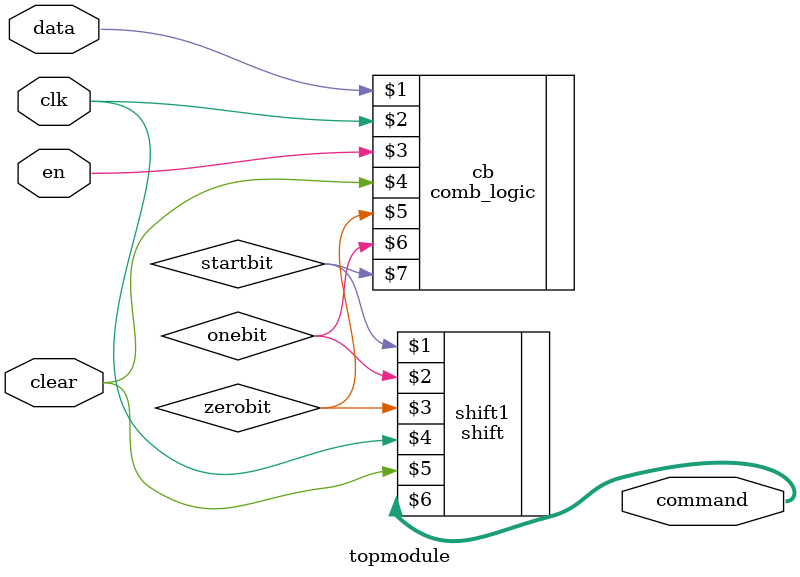
<source format=v>
module topmodule(input data, input clk, input en, input clear, output [11:0]command);

    wire startbit, onebit, zerobit;
    comb_logic cb(data, clk, en, clear, zerobit, onebit, startbit);
    shift shift1(startbit, onebit, zerobit, clk, clear, command[11:0]);

endmodule


</source>
